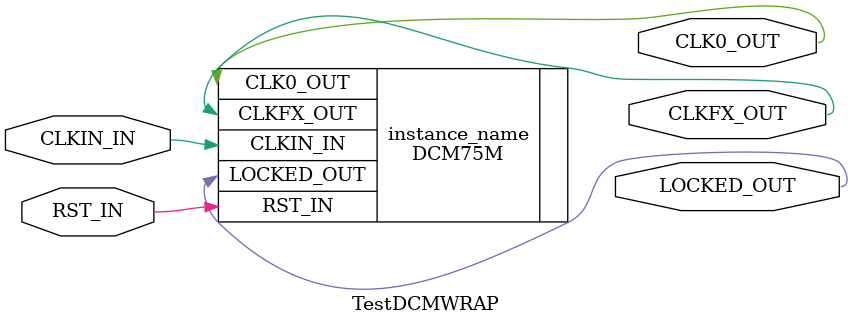
<source format=v>
`timescale 1ns / 1ps

module TestDCMWRAP(input CLKIN_IN,
						 input RST_IN,
						 output CLKFX_OUT,
						 output CLK0_OUT,
						 output LOCKED_OUT
    );
	 
	 DCM75M instance_name (
    .CLKIN_IN(CLKIN_IN), 
    .RST_IN(RST_IN), 
    .CLKFX_OUT(CLKFX_OUT), 
    .CLK0_OUT(CLK0_OUT), 
    .LOCKED_OUT(LOCKED_OUT)
    );


endmodule

</source>
